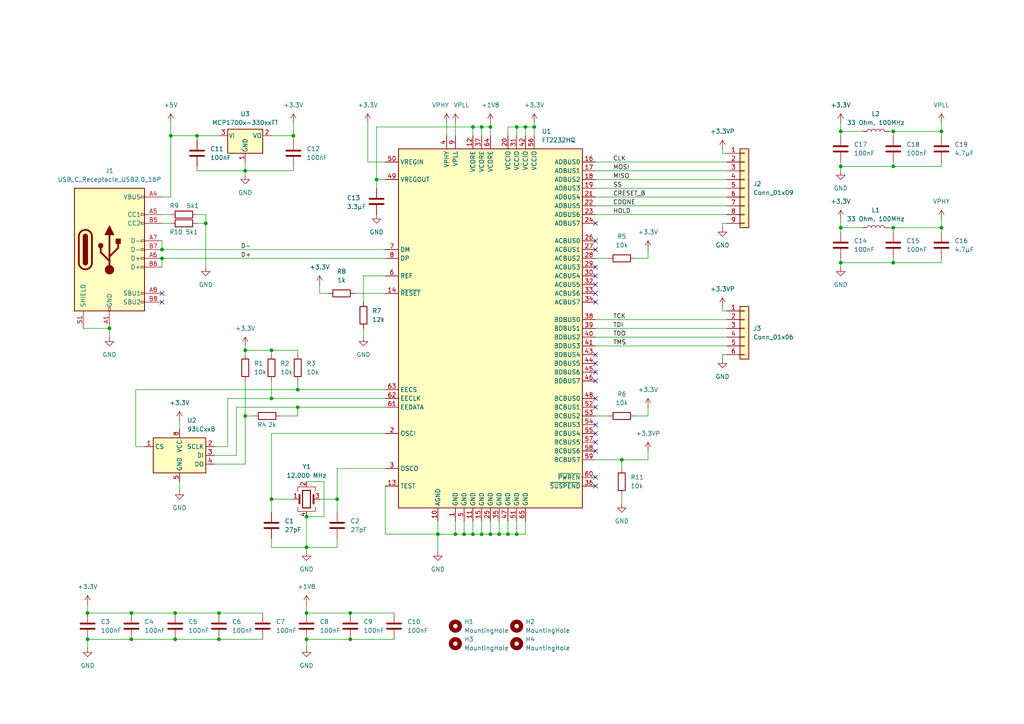
<source format=kicad_sch>
(kicad_sch (version 20231120) (generator "eeschema") (generator_version "8.0")
  (paper "A4")
  (lib_symbols
    (symbol "Connector:USB_C_Receptacle_USB2.0_16P" (pin_names (offset 1.016))
      (property "Reference" "J" (at 0 22.225 0))
      (property "Value" "USB_C_Receptacle_USB2.0_16P" (at 0 19.685 0))
      (symbol "USB_C_Receptacle_USB2.0_16P_1_1"
        (pin passive line (at 0 -22.86 90) (length 5.08) (name "GND") (number "A1"))
        (pin passive line (at 0 -22.86 90) (length 5.08) hide (name "GND") (number "A12"))
        (pin passive line (at 15.24 15.24 180) (length 5.08) (name "VBUS") (number "A4"))
        (pin bidirectional line (at 15.24 10.16 180) (length 5.08) (name "CC1") (number "A5"))
        (pin bidirectional line (at 15.24 -2.54 180) (length 5.08) (name "D+") (number "A6"))
        (pin bidirectional line (at 15.24 2.54 180) (length 5.08) (name "D-") (number "A7"))
        (pin bidirectional line (at 15.24 -12.7 180) (length 5.08) (name "SBU1") (number "A8"))
        (pin passive line (at 15.24 15.24 180) (length 5.08) hide (name "VBUS") (number "A9"))
        (pin passive line (at 0 -22.86 90) (length 5.08) hide (name "GND") (number "B1"))
        (pin passive line (at 0 -22.86 90) (length 5.08) hide (name "GND") (number "B12"))
        (pin passive line (at 15.24 15.24 180) (length 5.08) hide (name "VBUS") (number "B4"))
        (pin bidirectional line (at 15.24 7.62 180) (length 5.08) (name "CC2") (number "B5"))
        (pin bidirectional line (at 15.24 -5.08 180) (length 5.08) (name "D+") (number "B6"))
        (pin bidirectional line (at 15.24 0 180) (length 5.08) (name "D-") (number "B7"))
        (pin bidirectional line (at 15.24 -15.24 180) (length 5.08) (name "SBU2") (number "B8"))
        (pin passive line (at 15.24 15.24 180) (length 5.08) hide (name "VBUS") (number "B9"))
        (pin passive line (at -7.62 -22.86 90) (length 5.08) (name "SHIELD") (number "S1"))
      )
    )
    (symbol "Connector_Generic:Conn_01x06" (pin_names (offset 1.016) hide)
      (property "Reference" "J" (at 0 7.62 0))
      (property "Value" "Conn_01x06" (at 0 -10.16 0))
      (symbol "Conn_01x06_1_1"
        (pin passive line (at -5.08 5.08 0) (length 3.81) (name "Pin_1") (number "1"))
        (pin passive line (at -5.08 2.54 0) (length 3.81) (name "Pin_2") (number "2"))
        (pin passive line (at -5.08 0 0) (length 3.81) (name "Pin_3") (number "3"))
        (pin passive line (at -5.08 -2.54 0) (length 3.81) (name "Pin_4") (number "4"))
        (pin passive line (at -5.08 -5.08 0) (length 3.81) (name "Pin_5") (number "5"))
        (pin passive line (at -5.08 -7.62 0) (length 3.81) (name "Pin_6") (number "6"))
      )
    )
    (symbol "Connector_Generic:Conn_01x09" (pin_names (offset 1.016) hide)
      (property "Reference" "J" (at 0 12.7 0))
      (property "Value" "Conn_01x09" (at 0 -12.7 0))
      (symbol "Conn_01x09_1_1"
        (pin passive line (at -5.08 10.16 0) (length 3.81) (name "Pin_1") (number "1"))
        (pin passive line (at -5.08 7.62 0) (length 3.81) (name "Pin_2") (number "2"))
        (pin passive line (at -5.08 5.08 0) (length 3.81) (name "Pin_3") (number "3"))
        (pin passive line (at -5.08 2.54 0) (length 3.81) (name "Pin_4") (number "4"))
        (pin passive line (at -5.08 0 0) (length 3.81) (name "Pin_5") (number "5"))
        (pin passive line (at -5.08 -2.54 0) (length 3.81) (name "Pin_6") (number "6"))
        (pin passive line (at -5.08 -5.08 0) (length 3.81) (name "Pin_7") (number "7"))
        (pin passive line (at -5.08 -7.62 0) (length 3.81) (name "Pin_8") (number "8"))
        (pin passive line (at -5.08 -10.16 0) (length 3.81) (name "Pin_9") (number "9"))
      )
    )
    (symbol "Device:C" (pin_numbers hide) (pin_names (offset 0.254))
      (property "Reference" "C" (at 0.635 2.54 0))
      (property "Value" "C" (at 0.635 -2.54 0))
      (symbol "C_1_1"
        (pin passive line (at 0 3.81 270) (length 2.794) (name "~") (number "1"))
        (pin passive line (at 0 -3.81 90) (length 2.794) (name "~") (number "2"))
      )
    )
    (symbol "Device:Crystal_GND24" (pin_names (offset 1.016) hide)
      (property "Reference" "Y" (at 3.175 5.08 0))
      (property "Value" "Crystal_GND24" (at 3.175 3.175 0))
      (symbol "Crystal_GND24_1_1"
        (pin passive line (at -3.81 0 0) (length 1.27) (name "1") (number "1"))
        (pin passive line (at 0 5.08 270) (length 1.27) (name "2") (number "2"))
        (pin passive line (at 3.81 0 180) (length 1.27) (name "3") (number "3"))
        (pin passive line (at 0 -5.08 90) (length 1.27) (name "4") (number "4"))
      )
    )
    (symbol "Device:L" (pin_numbers hide) (pin_names (offset 1.016) hide)
      (property "Reference" "L" (at -1.27 0 90))
      (property "Value" "L" (at 1.905 0 90))
      (symbol "L_1_1"
        (pin passive line (at 0 3.81 270) (length 1.27) (name "1") (number "1"))
        (pin passive line (at 0 -3.81 90) (length 1.27) (name "2") (number "2"))
      )
    )
    (symbol "Device:R" (pin_numbers hide) (pin_names (offset 0))
      (property "Reference" "R" (at 2.032 0 90))
      (property "Value" "R" (at 0 0 90))
      (symbol "R_1_1"
        (pin passive line (at 0 3.81 270) (length 1.27) (name "~") (number "1"))
        (pin passive line (at 0 -3.81 90) (length 1.27) (name "~") (number "2"))
      )
    )
    (symbol "Interface_USB:FT2232HQ"
      (property "Reference" "U" (at -26.67 53.34 0))
      (property "Value" "FT2232HQ" (at 19.05 53.34 0))
      (symbol "FT2232HQ_1_1"
        (pin power_in line (at -10.16 -55.88 90) (length 3.81) (name "GND") (number "1"))
        (pin power_in line (at -15.24 -55.88 90) (length 3.81) (name "AGND") (number "10"))
        (pin power_in line (at -5.08 -55.88 90) (length 3.81) (name "GND") (number "11"))
        (pin power_in line (at -5.08 55.88 270) (length 3.81) (name "VCORE") (number "12"))
        (pin input line (at -30.48 -45.72 0) (length 3.81) (name "TEST") (number "13"))
        (pin input line (at -30.48 10.16 0) (length 3.81) (name "~{RESET}") (number "14"))
        (pin power_in line (at -2.54 -55.88 90) (length 3.81) (name "GND") (number "15"))
        (pin bidirectional line (at 30.48 48.26 180) (length 3.81) (name "ADBUS0") (number "16"))
        (pin bidirectional line (at 30.48 45.72 180) (length 3.81) (name "ADBUS1") (number "17"))
        (pin bidirectional line (at 30.48 43.18 180) (length 3.81) (name "ADBUS2") (number "18"))
        (pin bidirectional line (at 30.48 40.64 180) (length 3.81) (name "ADBUS3") (number "19"))
        (pin input line (at -30.48 -30.48 0) (length 3.81) (name "OSCI") (number "2"))
        (pin power_in line (at 5.08 55.88 270) (length 3.81) (name "VCCIO") (number "20"))
        (pin bidirectional line (at 30.48 38.1 180) (length 3.81) (name "ADBUS4") (number "21"))
        (pin bidirectional line (at 30.48 35.56 180) (length 3.81) (name "ADBUS5") (number "22"))
        (pin bidirectional line (at 30.48 33.02 180) (length 3.81) (name "ADBUS6") (number "23"))
        (pin bidirectional line (at 30.48 30.48 180) (length 3.81) (name "ADBUS7") (number "24"))
        (pin power_in line (at 0 -55.88 90) (length 3.81) (name "GND") (number "25"))
        (pin bidirectional line (at 30.48 25.4 180) (length 3.81) (name "ACBUS0") (number "26"))
        (pin bidirectional line (at 30.48 22.86 180) (length 3.81) (name "ACBUS1") (number "27"))
        (pin bidirectional line (at 30.48 20.32 180) (length 3.81) (name "ACBUS2") (number "28"))
        (pin bidirectional line (at 30.48 17.78 180) (length 3.81) (name "ACBUS3") (number "29"))
        (pin output line (at -30.48 -40.64 0) (length 3.81) (name "OSCO") (number "3"))
        (pin bidirectional line (at 30.48 15.24 180) (length 3.81) (name "ACBUS4") (number "30"))
        (pin power_in line (at 7.62 55.88 270) (length 3.81) (name "VCCIO") (number "31"))
        (pin bidirectional line (at 30.48 12.7 180) (length 3.81) (name "ACBUS5") (number "32"))
        (pin bidirectional line (at 30.48 10.16 180) (length 3.81) (name "ACBUS6") (number "33"))
        (pin bidirectional line (at 30.48 7.62 180) (length 3.81) (name "ACBUS7") (number "34"))
        (pin power_in line (at 2.54 -55.88 90) (length 3.81) (name "GND") (number "35"))
        (pin output line (at 30.48 -45.72 180) (length 3.81) (name "~{SUSPEND}") (number "36"))
        (pin power_in line (at -2.54 55.88 270) (length 3.81) (name "VCORE") (number "37"))
        (pin bidirectional line (at 30.48 2.54 180) (length 3.81) (name "BDBUS0") (number "38"))
        (pin bidirectional line (at 30.48 0 180) (length 3.81) (name "BDBUS1") (number "39"))
        (pin power_in line (at -12.7 55.88 270) (length 3.81) (name "VPHY") (number "4"))
        (pin bidirectional line (at 30.48 -2.54 180) (length 3.81) (name "BDBUS2") (number "40"))
        (pin bidirectional line (at 30.48 -5.08 180) (length 3.81) (name "BDBUS3") (number "41"))
        (pin power_in line (at 10.16 55.88 270) (length 3.81) (name "VCCIO") (number "42"))
        (pin bidirectional line (at 30.48 -7.62 180) (length 3.81) (name "BDBUS4") (number "43"))
        (pin bidirectional line (at 30.48 -10.16 180) (length 3.81) (name "BDBUS5") (number "44"))
        (pin bidirectional line (at 30.48 -12.7 180) (length 3.81) (name "BDBUS6") (number "45"))
        (pin bidirectional line (at 30.48 -15.24 180) (length 3.81) (name "BDBUS7") (number "46"))
        (pin power_in line (at 5.08 -55.88 90) (length 3.81) (name "GND") (number "47"))
        (pin bidirectional line (at 30.48 -20.32 180) (length 3.81) (name "BCBUS0") (number "48"))
        (pin power_out line (at -30.48 43.18 0) (length 3.81) (name "VREGOUT") (number "49"))
        (pin power_in line (at -7.62 -55.88 90) (length 3.81) (name "GND") (number "5"))
        (pin power_in line (at -30.48 48.26 0) (length 3.81) (name "VREGIN") (number "50"))
        (pin power_in line (at 7.62 -55.88 90) (length 3.81) (name "GND") (number "51"))
        (pin bidirectional line (at 30.48 -22.86 180) (length 3.81) (name "BCBUS1") (number "52"))
        (pin bidirectional line (at 30.48 -25.4 180) (length 3.81) (name "BCBUS2") (number "53"))
        (pin bidirectional line (at 30.48 -27.94 180) (length 3.81) (name "BCBUS3") (number "54"))
        (pin bidirectional line (at 30.48 -30.48 180) (length 3.81) (name "BCBUS4") (number "55"))
        (pin power_in line (at 12.7 55.88 270) (length 3.81) (name "VCCIO") (number "56"))
        (pin bidirectional line (at 30.48 -33.02 180) (length 3.81) (name "BCBUS5") (number "57"))
        (pin bidirectional line (at 30.48 -35.56 180) (length 3.81) (name "BCBUS6") (number "58"))
        (pin bidirectional line (at 30.48 -38.1 180) (length 3.81) (name "BCBUS7") (number "59"))
        (pin output line (at -30.48 15.24 0) (length 3.81) (name "REF") (number "6"))
        (pin output line (at 30.48 -43.18 180) (length 3.81) (name "~{PWREN}") (number "60"))
        (pin bidirectional line (at -30.48 -22.86 0) (length 3.81) (name "EEDATA") (number "61"))
        (pin output line (at -30.48 -20.32 0) (length 3.81) (name "EECLK") (number "62"))
        (pin output line (at -30.48 -17.78 0) (length 3.81) (name "EECS") (number "63"))
        (pin power_in line (at 0 55.88 270) (length 3.81) (name "VCORE") (number "64"))
        (pin power_in line (at 10.16 -55.88 90) (length 3.81) (name "GND") (number "65"))
        (pin bidirectional line (at -30.48 22.86 0) (length 3.81) (name "DM") (number "7"))
        (pin bidirectional line (at -30.48 20.32 0) (length 3.81) (name "DP") (number "8"))
        (pin input line (at -10.16 55.88 270) (length 3.81) (name "VPLL") (number "9"))
      )
    )
    (symbol "Mechanical:MountingHole" (pin_names (offset 1.016)) (exclude_from_sim yes) (in_bom no)
      (property "Reference" "H" (at 0 5.08 0))
      (property "Value" "MountingHole" (at 0 3.175 0))
    )
    (symbol "Memory_EEPROM:93LCxxB"
      (property "Reference" "U" (at -7.62 6.35 0))
      (property "Value" "93LCxxB" (at 2.54 -6.35 0))
      (symbol "93LCxxB_1_1"
        (pin input line (at -10.16 2.54 0) (length 2.54) (name "CS") (number "1"))
        (pin input line (at 10.16 2.54 180) (length 2.54) (name "SCLK") (number "2"))
        (pin input line (at 10.16 0 180) (length 2.54) (name "DI") (number "3"))
        (pin tri_state line (at 10.16 -2.54 180) (length 2.54) (name "DO") (number "4"))
        (pin power_in line (at 0 -7.62 90) (length 2.54) (name "GND") (number "5"))
        (pin no_connect line (at -7.62 0 0) (length 2.54) hide (name "NC") (number "6"))
        (pin no_connect line (at -7.62 -2.54 0) (length 2.54) hide (name "NC") (number "7"))
        (pin power_in line (at 0 7.62 270) (length 2.54) (name "VCC") (number "8"))
      )
    )
    (symbol "Regulator_Linear:MCP1700x-330xxTT" (pin_names (offset 0.254))
      (property "Reference" "U" (at -3.81 3.175 0))
      (property "Value" "MCP1700x-330xxTT" (at 0 3.175 0))
      (symbol "MCP1700x-330xxTT_1_1"
        (pin power_in line (at 0 -7.62 90) (length 2.54) (name "GND") (number "1"))
        (pin power_out line (at 7.62 0 180) (length 2.54) (name "VO") (number "2"))
        (pin power_in line (at -7.62 0 0) (length 2.54) (name "VI") (number "3"))
      )
    )
    (symbol "power:+1V0" (power) (pin_numbers hide) (pin_names (offset 0) hide)
      (property "Value" "+1V0" (at 0 3.556 0))
      (symbol "+1V0_1_1"
        (pin power_in line (at 0 0 90) (length 0) (name "~") (number "1"))
      )
    )
    (symbol "power:+1V8" (power) (pin_numbers hide) (pin_names (offset 0) hide)
      (property "Value" "+1V8" (at 0 3.556 0))
      (symbol "+1V8_1_1"
        (pin power_in line (at 0 0 90) (length 0) (name "~") (number "1"))
      )
    )
    (symbol "power:+3.3V" (power) (pin_numbers hide) (pin_names (offset 0) hide)
      (property "Value" "+3.3V" (at 0 3.556 0))
      (symbol "+3.3V_1_1"
        (pin power_in line (at 0 0 90) (length 0) (name "~") (number "1"))
      )
    )
    (symbol "power:+3.3VP" (power) (pin_numbers hide) (pin_names (offset 0) hide)
      (property "Value" "+3.3VP" (at 0 3.556 0))
      (symbol "+3.3VP_0_0"
        (pin power_in line (at 0 0 90) (length 0) (name "~") (number "1"))
      )
    )
    (symbol "power:+5V" (power) (pin_numbers hide) (pin_names (offset 0) hide)
      (property "Value" "+5V" (at 0 3.556 0))
      (symbol "+5V_1_1"
        (pin power_in line (at 0 0 90) (length 0) (name "~") (number "1"))
      )
    )
    (symbol "power:GND" (power) (pin_numbers hide) (pin_names (offset 0) hide)
      (property "Value" "GND" (at 0 -3.81 0))
      (symbol "GND_1_1"
        (pin power_in line (at 0 0 270) (length 0) (name "~") (number "1"))
      )
    )
  )
  (junction (at 101.6 177.8))
  (junction (at 25.4 177.8))
  (junction (at 144.78 154.94))
  (junction (at 149.86 154.94))
  (junction (at 243.84 38.1))
  (junction (at 57.15 39.37))
  (junction (at 134.62 154.94))
  (junction (at 149.86 36.83))
  (junction (at 139.7 36.83))
  (junction (at 259.08 76.2))
  (junction (at 49.53 39.37))
  (junction (at 78.74 115.57))
  (junction (at 243.84 76.2))
  (junction (at 88.9 177.8))
  (junction (at 63.5 177.8))
  (junction (at 46.99 74.93))
  (junction (at 109.22 52.07))
  (junction (at 38.1 177.8))
  (junction (at 63.5 185.42))
  (junction (at 25.4 185.42))
  (junction (at 46.99 72.39))
  (junction (at 88.9 158.75))
  (junction (at 139.7 154.94))
  (junction (at 71.12 49.53))
  (junction (at 137.16 154.94))
  (junction (at 88.9 185.42))
  (junction (at 137.16 36.83))
  (junction (at 59.69 64.77))
  (junction (at 152.4 36.83))
  (junction (at 78.74 144.78))
  (junction (at 71.12 101.6))
  (junction (at 259.08 66.04))
  (junction (at 142.24 154.94))
  (junction (at 273.05 66.04))
  (junction (at 243.84 48.26))
  (junction (at 147.32 154.94))
  (junction (at 259.08 48.26))
  (junction (at 142.24 36.83))
  (junction (at 180.34 133.35))
  (junction (at 78.74 101.6))
  (junction (at 71.12 120.65))
  (junction (at 132.08 154.94))
  (junction (at 154.94 36.83))
  (junction (at 259.08 38.1))
  (junction (at 50.8 177.8))
  (junction (at 85.09 39.37))
  (junction (at 127 154.94))
  (junction (at 101.6 185.42))
  (junction (at 273.05 38.1))
  (junction (at 88.9 149.86))
  (junction (at 38.1 185.42))
  (junction (at 86.36 113.03))
  (junction (at 50.8 185.42))
  (junction (at 31.75 95.25))
  (junction (at 86.36 118.11))
  (junction (at 243.84 66.04))
  (junction (at 97.79 144.78))
  (no_connect (at 172.72 118.11))
  (no_connect (at 172.72 123.19))
  (no_connect (at 172.72 125.73))
  (no_connect (at 172.72 85.09))
  (no_connect (at 172.72 64.77))
  (no_connect (at 172.72 140.97))
  (no_connect (at 172.72 77.47))
  (no_connect (at 172.72 130.81))
  (no_connect (at 172.72 82.55))
  (no_connect (at 172.72 128.27))
  (no_connect (at 172.72 87.63))
  (no_connect (at 172.72 102.87))
  (no_connect (at 172.72 72.39))
  (no_connect (at 46.99 85.09))
  (no_connect (at 172.72 80.01))
  (no_connect (at 172.72 110.49))
  (no_connect (at 172.72 105.41))
  (no_connect (at 172.72 138.43))
  (no_connect (at 172.72 69.85))
  (no_connect (at 46.99 87.63))
  (no_connect (at 172.72 107.95))
  (no_connect (at 172.72 115.57))
  (wire (pts (xy 50.8 185.42) (xy 63.5 185.42)))
  (wire (pts (xy 92.71 82.55) (xy 92.71 85.09)))
  (wire (pts (xy 105.41 95.25) (xy 105.41 97.79)))
  (wire (pts (xy 152.4 154.94) (xy 149.86 154.94)))
  (wire (pts (xy 71.12 134.62) (xy 62.23 134.62)))
  (wire (pts (xy 71.12 110.49) (xy 71.12 120.65)))
  (wire (pts (xy 78.74 102.87) (xy 78.74 101.6)))
  (wire (pts (xy 109.22 36.83) (xy 137.16 36.83)))
  (wire (pts (xy 71.12 49.53) (xy 71.12 50.8)))
  (wire (pts (xy 78.74 158.75) (xy 88.9 158.75)))
  (wire (pts (xy 81.28 120.65) (xy 86.36 120.65)))
  (wire (pts (xy 78.74 144.78) (xy 78.74 148.59)))
  (wire (pts (xy 134.62 151.13) (xy 134.62 154.94)))
  (wire (pts (xy 149.86 151.13) (xy 149.86 154.94)))
  (wire (pts (xy 172.72 62.23) (xy 210.82 62.23)))
  (wire (pts (xy 106.68 46.99) (xy 111.76 46.99)))
  (wire (pts (xy 57.15 62.23) (xy 59.69 62.23)))
  (wire (pts (xy 144.78 151.13) (xy 144.78 154.94)))
  (wire (pts (xy 88.9 149.86) (xy 88.9 158.75)))
  (wire (pts (xy 172.72 52.07) (xy 210.82 52.07)))
  (wire (pts (xy 172.72 100.33) (xy 210.82 100.33)))
  (wire (pts (xy 209.55 44.45) (xy 209.55 43.18)))
  (wire (pts (xy 111.76 118.11) (xy 86.36 118.11)))
  (wire (pts (xy 259.08 76.2) (xy 273.05 76.2)))
  (wire (pts (xy 210.82 64.77) (xy 209.55 64.77)))
  (wire (pts (xy 71.12 120.65) (xy 73.66 120.65)))
  (wire (pts (xy 25.4 175.26) (xy 25.4 177.8)))
  (wire (pts (xy 259.08 38.1) (xy 259.08 39.37)))
  (wire (pts (xy 154.94 36.83) (xy 154.94 39.37)))
  (wire (pts (xy 152.4 36.83) (xy 154.94 36.83)))
  (wire (pts (xy 172.72 57.15) (xy 210.82 57.15)))
  (wire (pts (xy 88.9 177.8) (xy 101.6 177.8)))
  (wire (pts (xy 172.72 49.53) (xy 210.82 49.53)))
  (wire (pts (xy 132.08 151.13) (xy 132.08 154.94)))
  (wire (pts (xy 88.9 158.75) (xy 97.79 158.75)))
  (wire (pts (xy 139.7 151.13) (xy 139.7 154.94)))
  (wire (pts (xy 49.53 57.15) (xy 49.53 39.37)))
  (wire (pts (xy 46.99 62.23) (xy 49.53 62.23)))
  (wire (pts (xy 172.72 95.25) (xy 210.82 95.25)))
  (wire (pts (xy 85.09 39.37) (xy 85.09 40.64)))
  (wire (pts (xy 134.62 154.94) (xy 132.08 154.94)))
  (wire (pts (xy 137.16 154.94) (xy 134.62 154.94)))
  (wire (pts (xy 38.1 185.42) (xy 50.8 185.42)))
  (wire (pts (xy 243.84 66.04) (xy 243.84 67.31)))
  (wire (pts (xy 147.32 39.37) (xy 147.32 36.83)))
  (wire (pts (xy 85.09 49.53) (xy 85.09 48.26)))
  (wire (pts (xy 149.86 36.83) (xy 152.4 36.83)))
  (wire (pts (xy 259.08 74.93) (xy 259.08 76.2)))
  (wire (pts (xy 257.81 38.1) (xy 259.08 38.1)))
  (wire (pts (xy 46.99 74.93) (xy 46.99 77.47)))
  (wire (pts (xy 172.72 46.99) (xy 210.82 46.99)))
  (wire (pts (xy 139.7 36.83) (xy 142.24 36.83)))
  (wire (pts (xy 78.74 110.49) (xy 78.74 115.57)))
  (wire (pts (xy 147.32 154.94) (xy 144.78 154.94)))
  (wire (pts (xy 111.76 140.97) (xy 111.76 154.94)))
  (wire (pts (xy 259.08 48.26) (xy 273.05 48.26)))
  (wire (pts (xy 172.72 92.71) (xy 210.82 92.71)))
  (wire (pts (xy 142.24 35.56) (xy 142.24 36.83)))
  (wire (pts (xy 129.54 35.56) (xy 129.54 39.37)))
  (wire (pts (xy 149.86 39.37) (xy 149.86 36.83)))
  (wire (pts (xy 88.9 139.7) (xy 93.98 139.7)))
  (wire (pts (xy 25.4 177.8) (xy 38.1 177.8)))
  (wire (pts (xy 78.74 101.6) (xy 86.36 101.6)))
  (wire (pts (xy 57.15 49.53) (xy 71.12 49.53)))
  (wire (pts (xy 49.53 39.37) (xy 57.15 39.37)))
  (wire (pts (xy 243.84 76.2) (xy 259.08 76.2)))
  (wire (pts (xy 209.55 102.87) (xy 209.55 104.14)))
  (wire (pts (xy 57.15 39.37) (xy 57.15 40.64)))
  (wire (pts (xy 184.15 120.65) (xy 187.96 120.65)))
  (wire (pts (xy 38.1 177.8) (xy 50.8 177.8)))
  (wire (pts (xy 71.12 101.6) (xy 78.74 101.6)))
  (wire (pts (xy 259.08 38.1) (xy 273.05 38.1)))
  (wire (pts (xy 210.82 90.17) (xy 209.55 90.17)))
  (wire (pts (xy 31.75 95.25) (xy 31.75 97.79)))
  (wire (pts (xy 172.72 97.79) (xy 210.82 97.79)))
  (wire (pts (xy 97.79 148.59) (xy 97.79 144.78)))
  (wire (pts (xy 273.05 46.99) (xy 273.05 48.26)))
  (wire (pts (xy 46.99 64.77) (xy 49.53 64.77)))
  (wire (pts (xy 46.99 69.85) (xy 46.99 72.39)))
  (wire (pts (xy 132.08 154.94) (xy 127 154.94)))
  (wire (pts (xy 187.96 130.81) (xy 187.96 133.35)))
  (wire (pts (xy 105.41 80.01) (xy 105.41 87.63)))
  (wire (pts (xy 86.36 113.03) (xy 111.76 113.03)))
  (wire (pts (xy 250.19 38.1) (xy 243.84 38.1)))
  (wire (pts (xy 273.05 66.04) (xy 273.05 67.31)))
  (wire (pts (xy 137.16 36.83) (xy 137.16 39.37)))
  (wire (pts (xy 25.4 185.42) (xy 25.4 187.96)))
  (wire (pts (xy 259.08 46.99) (xy 259.08 48.26)))
  (wire (pts (xy 88.9 175.26) (xy 88.9 177.8)))
  (wire (pts (xy 243.84 38.1) (xy 243.84 35.56)))
  (wire (pts (xy 250.19 66.04) (xy 243.84 66.04)))
  (wire (pts (xy 78.74 39.37) (xy 85.09 39.37)))
  (wire (pts (xy 243.84 66.04) (xy 243.84 63.5)))
  (wire (pts (xy 102.87 85.09) (xy 111.76 85.09)))
  (wire (pts (xy 132.08 35.56) (xy 132.08 39.37)))
  (wire (pts (xy 180.34 133.35) (xy 180.34 135.89)))
  (wire (pts (xy 59.69 64.77) (xy 57.15 64.77)))
  (wire (pts (xy 137.16 151.13) (xy 137.16 154.94)))
  (wire (pts (xy 59.69 77.47) (xy 59.69 64.77)))
  (wire (pts (xy 142.24 36.83) (xy 142.24 39.37)))
  (wire (pts (xy 243.84 38.1) (xy 243.84 39.37)))
  (wire (pts (xy 106.68 35.56) (xy 106.68 46.99)))
  (wire (pts (xy 243.84 48.26) (xy 243.84 49.53)))
  (wire (pts (xy 46.99 74.93) (xy 111.76 74.93)))
  (wire (pts (xy 49.53 39.37) (xy 49.53 35.56)))
  (wire (pts (xy 172.72 54.61) (xy 210.82 54.61)))
  (wire (pts (xy 101.6 177.8) (xy 114.3 177.8)))
  (wire (pts (xy 180.34 143.51) (xy 180.34 146.05)))
  (wire (pts (xy 46.99 72.39) (xy 111.76 72.39)))
  (wire (pts (xy 78.74 144.78) (xy 85.09 144.78)))
  (wire (pts (xy 154.94 35.56) (xy 154.94 36.83)))
  (wire (pts (xy 66.04 129.54) (xy 62.23 129.54)))
  (wire (pts (xy 147.32 36.83) (xy 149.86 36.83)))
  (wire (pts (xy 139.7 36.83) (xy 139.7 39.37)))
  (wire (pts (xy 68.58 132.08) (xy 62.23 132.08)))
  (wire (pts (xy 88.9 185.42) (xy 88.9 187.96)))
  (wire (pts (xy 210.82 44.45) (xy 209.55 44.45)))
  (wire (pts (xy 210.82 102.87) (xy 209.55 102.87)))
  (wire (pts (xy 93.98 139.7) (xy 93.98 149.86)))
  (wire (pts (xy 111.76 52.07) (xy 109.22 52.07)))
  (wire (pts (xy 68.58 118.11) (xy 68.58 132.08)))
  (wire (pts (xy 25.4 185.42) (xy 38.1 185.42)))
  (wire (pts (xy 24.13 95.25) (xy 31.75 95.25)))
  (wire (pts (xy 86.36 120.65) (xy 86.36 118.11)))
  (wire (pts (xy 63.5 177.8) (xy 76.2 177.8)))
  (wire (pts (xy 259.08 66.04) (xy 259.08 67.31)))
  (wire (pts (xy 86.36 110.49) (xy 86.36 113.03)))
  (wire (pts (xy 273.05 38.1) (xy 273.05 39.37)))
  (wire (pts (xy 111.76 154.94) (xy 127 154.94)))
  (wire (pts (xy 172.72 59.69) (xy 210.82 59.69)))
  (wire (pts (xy 111.76 115.57) (xy 78.74 115.57)))
  (wire (pts (xy 273.05 63.5) (xy 273.05 66.04)))
  (wire (pts (xy 78.74 125.73) (xy 78.74 144.78)))
  (wire (pts (xy 97.79 158.75) (xy 97.79 156.21)))
  (wire (pts (xy 71.12 101.6) (xy 71.12 102.87)))
  (wire (pts (xy 187.96 74.93) (xy 187.96 72.39)))
  (wire (pts (xy 57.15 49.53) (xy 57.15 48.26)))
  (wire (pts (xy 139.7 154.94) (xy 137.16 154.94)))
  (wire (pts (xy 111.76 80.01) (xy 105.41 80.01)))
  (wire (pts (xy 172.72 74.93) (xy 176.53 74.93)))
  (wire (pts (xy 93.98 149.86) (xy 88.9 149.86)))
  (wire (pts (xy 257.81 66.04) (xy 259.08 66.04)))
  (wire (pts (xy 243.84 48.26) (xy 259.08 48.26)))
  (wire (pts (xy 149.86 154.94) (xy 147.32 154.94)))
  (wire (pts (xy 142.24 151.13) (xy 142.24 154.94)))
  (wire (pts (xy 71.12 49.53) (xy 85.09 49.53)))
  (wire (pts (xy 88.9 160.02) (xy 88.9 158.75)))
  (wire (pts (xy 109.22 52.07) (xy 109.22 36.83)))
  (wire (pts (xy 127 154.94) (xy 127 160.02)))
  (wire (pts (xy 85.09 35.56) (xy 85.09 39.37)))
  (wire (pts (xy 39.37 113.03) (xy 86.36 113.03)))
  (wire (pts (xy 111.76 125.73) (xy 78.74 125.73)))
  (wire (pts (xy 46.99 57.15) (xy 49.53 57.15)))
  (wire (pts (xy 109.22 52.07) (xy 109.22 54.61)))
  (wire (pts (xy 187.96 120.65) (xy 187.96 118.11)))
  (wire (pts (xy 152.4 39.37) (xy 152.4 36.83)))
  (wire (pts (xy 273.05 35.56) (xy 273.05 38.1)))
  (wire (pts (xy 142.24 154.94) (xy 139.7 154.94)))
  (wire (pts (xy 127 151.13) (xy 127 154.94)))
  (wire (pts (xy 66.04 115.57) (xy 66.04 129.54)))
  (wire (pts (xy 92.71 144.78) (xy 97.79 144.78)))
  (wire (pts (xy 259.08 66.04) (xy 273.05 66.04)))
  (wire (pts (xy 243.84 74.93) (xy 243.84 76.2)))
  (wire (pts (xy 152.4 151.13) (xy 152.4 154.94)))
  (wire (pts (xy 66.04 115.57) (xy 78.74 115.57)))
  (wire (pts (xy 209.55 90.17) (xy 209.55 88.9)))
  (wire (pts (xy 180.34 133.35) (xy 187.96 133.35)))
  (wire (pts (xy 243.84 46.99) (xy 243.84 48.26)))
  (wire (pts (xy 63.5 185.42) (xy 76.2 185.42)))
  (wire (pts (xy 97.79 144.78) (xy 97.79 135.89)))
  (wire (pts (xy 86.36 102.87) (xy 86.36 101.6)))
  (wire (pts (xy 39.37 129.54) (xy 39.37 113.03)))
  (wire (pts (xy 101.6 185.42) (xy 114.3 185.42)))
  (wire (pts (xy 71.12 100.33) (xy 71.12 101.6)))
  (wire (pts (xy 52.07 139.7) (xy 52.07 142.24)))
  (wire (pts (xy 71.12 46.99) (xy 71.12 49.53)))
  (wire (pts (xy 68.58 118.11) (xy 86.36 118.11)))
  (wire (pts (xy 52.07 121.92) (xy 52.07 124.46)))
  (wire (pts (xy 273.05 74.93) (xy 273.05 76.2)))
  (wire (pts (xy 71.12 120.65) (xy 71.12 134.62)))
  (wire (pts (xy 144.78 154.94) (xy 142.24 154.94)))
  (wire (pts (xy 147.32 151.13) (xy 147.32 154.94)))
  (wire (pts (xy 172.72 120.65) (xy 176.53 120.65)))
  (wire (pts (xy 57.15 39.37) (xy 63.5 39.37)))
  (wire (pts (xy 92.71 85.09) (xy 95.25 85.09)))
  (wire (pts (xy 209.55 64.77) (xy 209.55 66.04)))
  (wire (pts (xy 97.79 135.89) (xy 111.76 135.89)))
  (wire (pts (xy 78.74 156.21) (xy 78.74 158.75)))
  (wire (pts (xy 88.9 185.42) (xy 101.6 185.42)))
  (wire (pts (xy 137.16 36.83) (xy 139.7 36.83)))
  (wire (pts (xy 243.84 76.2) (xy 243.84 77.47)))
  (wire (pts (xy 172.72 133.35) (xy 180.34 133.35)))
  (wire (pts (xy 184.15 74.93) (xy 187.96 74.93)))
  (wire (pts (xy 50.8 177.8) (xy 63.5 177.8)))
  (wire (pts (xy 59.69 62.23) (xy 59.69 64.77)))
  (wire (pts (xy 41.91 129.54) (xy 39.37 129.54)))
  (label "CRESET_B" (at 177.8 57.15 0))
  (label "CLK" (at 177.8 46.99 0))
  (label "TMS" (at 177.8 100.33 0))
  (label "SS" (at 177.8 54.61 0))
  (label "TDI" (at 177.8 95.25 0))
  (label "MOSI" (at 177.8 49.53 0))
  (label "D+" (at 69.85 74.93 0))
  (label "MISO" (at 177.8 52.07 0))
  (label "D-" (at 69.85 72.39 0))
  (label "CDONE" (at 177.8 59.69 0))
  (label "TCK" (at 177.8 92.71 0))
  (label "TDO" (at 177.8 97.79 0))
  (label "HOLD" (at 177.8 62.23 0))
  (symbol (lib_id "power:+1V0") (at 273.05 63.5 0) (unit 1)
    (property "Reference" "#PWR025" (effects (hide yes)))
    (property "Value" "VPHY" (at 273.05 58.42 0))
    (property "Description" "Power symbol creates a global label with name \"+1V0\"" (effects (hide yes)))
  )
  (symbol (lib_id "Device:C") (at 259.08 71.12 0) (unit 1)
    (property "Reference" "C15" (at 262.89 69.8499 0) (effects (justify left)))
    (property "Value" "100nF" (at 262.89 72.3899 0) (effects (justify left)))
    (property "Footprint" "Capacitor_SMD:C_0402_1005Metric" (effects (hide yes)))
    (property "Description" "Unpolarized capacitor" (effects (hide yes)))
  )
  (symbol (lib_id "power:+3.3V") (at 154.94 35.56 0) (unit 1)
    (property "Reference" "#PWR09" (effects (hide yes)))
    (property "Value" "+3.3V" (at 154.94 30.48 0))
    (property "Description" "Power symbol creates a global label with name \"+3.3V\"" (effects (hide yes)))
  )
  (symbol (lib_id "Device:C") (at 50.8 181.61 0) (unit 1)
    (property "Reference" "C5" (at 54.61 180.3399 0) (effects (justify left)))
    (property "Value" "100nF" (at 54.61 182.8799 0) (effects (justify left)))
    (property "Footprint" "Capacitor_SMD:C_0402_1005Metric" (effects (hide yes)))
    (property "Description" "Unpolarized capacitor" (effects (hide yes)))
  )
  (symbol (lib_id "Device:R") (at 53.34 62.23 90) (unit 1)
    (property "Reference" "R9" (at 50.546 59.69 90))
    (property "Value" "5k1" (at 55.88 59.69 90))
    (property "Footprint" "Resistor_SMD:R_0402_1005Metric" (effects (hide yes)))
    (property "Description" "Resistor" (effects (hide yes)))
  )
  (symbol (lib_id "power:GND") (at 209.55 66.04 0) (unit 1)
    (property "Reference" "#PWR032" (effects (hide yes)))
    (property "Value" "GND" (at 209.55 71.12 0))
    (property "Description" "Power symbol creates a global label with name \"GND\" , ground" (effects (hide yes)))
  )
  (symbol (lib_id "power:+3.3VP") (at 209.55 43.18 0) (unit 1)
    (property "Reference" "#PWR035" (effects (hide yes)))
    (property "Value" "+3.3VP" (at 209.55 38.1 0))
    (property "Description" "Power symbol creates a global label with name \"+3.3VP\"" (effects (hide yes)))
  )
  (symbol (lib_id "Device:C") (at 101.6 181.61 0) (unit 1)
    (property "Reference" "C9" (at 105.41 180.3399 0) (effects (justify left)))
    (property "Value" "100nF" (at 105.41 182.8799 0) (effects (justify left)))
    (property "Footprint" "Capacitor_SMD:C_0402_1005Metric" (effects (hide yes)))
    (property "Description" "Unpolarized capacitor" (effects (hide yes)))
  )
  (symbol (lib_id "Device:R") (at 99.06 85.09 90) (unit 1)
    (property "Reference" "R8" (at 99.06 78.74 90))
    (property "Value" "1k" (at 99.06 81.28 90))
    (property "Footprint" "Resistor_SMD:R_0402_1005Metric" (effects (hide yes)))
    (property "Description" "Resistor" (effects (hide yes)))
  )
  (symbol (lib_id "Connector_Generic:Conn_01x09") (at 215.9 54.61 0) (unit 1)
    (property "Reference" "J2" (at 218.44 53.3399 0) (effects (justify left)))
    (property "Value" "Conn_01x09" (at 218.44 55.8799 0) (effects (justify left)))
    (property "Footprint" "Connector_PinHeader_2.00mm:PinHeader_1x09_P2.00mm_Vertical" (effects (hide yes)))
    (property "Description" "Generic connector, single row, 01x09, script generated (kicad-library-utils/schlib/autogen/connector/)" (effects (hide yes)))
  )
  (symbol (lib_id "Device:C") (at 38.1 181.61 0) (unit 1)
    (property "Reference" "C4" (at 41.91 180.3399 0) (effects (justify left)))
    (property "Value" "100nF" (at 41.91 182.8799 0) (effects (justify left)))
    (property "Footprint" "Capacitor_SMD:C_0402_1005Metric" (effects (hide yes)))
    (property "Description" "Unpolarized capacitor" (effects (hide yes)))
  )
  (symbol (lib_id "Device:C") (at 273.05 43.18 0) (unit 1)
    (property "Reference" "C19" (at 276.86 41.9099 0) (effects (justify left)))
    (property "Value" "4.7µF" (at 276.86 44.4499 0) (effects (justify left)))
    (property "Footprint" "Capacitor_SMD:C_0402_1005Metric" (effects (hide yes)))
    (property "Description" "Unpolarized capacitor" (effects (hide yes)))
  )
  (symbol (lib_id "power:+1V0") (at 129.54 35.56 0) (unit 1)
    (property "Reference" "#PWR026" (effects (hide yes)))
    (property "Value" "VPHY" (at 127.762 30.48 0))
    (property "Description" "Power symbol creates a global label with name \"+1V0\"" (effects (hide yes)))
  )
  (symbol (lib_id "Device:R") (at 180.34 139.7 180) (unit 1)
    (property "Reference" "R11" (at 182.88 138.4299 0) (effects (justify right)))
    (property "Value" "10k" (at 182.88 140.9699 0) (effects (justify right)))
    (property "Footprint" "Resistor_SMD:R_0402_1005Metric" (effects (hide yes)))
    (property "Description" "Resistor" (effects (hide yes)))
  )
  (symbol (lib_id "Device:R") (at 105.41 91.44 180) (unit 1)
    (property "Reference" "R7" (at 107.95 90.1699 0) (effects (justify right)))
    (property "Value" "12k" (at 107.95 92.7099 0) (effects (justify right)))
    (property "Footprint" "Resistor_SMD:R_0402_1005Metric" (effects (hide yes)))
    (property "Description" "Resistor" (effects (hide yes)))
  )
  (symbol (lib_id "Connector:USB_C_Receptacle_USB2.0_16P") (at 31.75 72.39 0) (unit 1)
    (property "Reference" "J1" (at 31.75 49.53 0))
    (property "Value" "USB_C_Receptacle_USB2.0_16P" (at 31.75 52.07 0))
    (property "Footprint" "Connector_USB:USB_C_Receptacle_GCT_USB4110" (effects (hide yes)))
    (property "Datasheet" "https://www.usb.org/sites/default/files/documents/usb_type-c.zip" (effects (hide yes)))
    (property "Description" "USB 2.0-only 16P Type-C Receptacle connector" (effects (hide yes)))
    (property "LCSC Part" " C5187472" (effects (hide yes)))
  )
  (symbol (lib_id "power:+3.3V") (at 92.71 82.55 0) (unit 1)
    (property "Reference" "#PWR012" (effects (hide yes)))
    (property "Value" "+3.3V" (at 92.71 77.47 0))
    (property "Description" "Power symbol creates a global label with name \"+3.3V\"" (effects (hide yes)))
  )
  (symbol (lib_id "power:+1V0") (at 273.05 35.56 0) (unit 1)
    (property "Reference" "#PWR029" (effects (hide yes)))
    (property "Value" "VPLL" (at 273.05 30.48 0))
    (property "Description" "Power symbol creates a global label with name \"+1V0\"" (effects (hide yes)))
  )
  (symbol (lib_id "power:+3.3VP") (at 209.55 88.9 0) (unit 1)
    (property "Reference" "#PWR034" (effects (hide yes)))
    (property "Value" "+3.3VP" (at 209.55 83.82 0))
    (property "Description" "Power symbol creates a global label with name \"+3.3VP\"" (effects (hide yes)))
  )
  (symbol (lib_id "Device:C") (at 76.2 181.61 0) (unit 1)
    (property "Reference" "C7" (at 80.01 180.3399 0) (effects (justify left)))
    (property "Value" "100nF" (at 80.01 182.8799 0) (effects (justify left)))
    (property "Footprint" "Capacitor_SMD:C_0402_1005Metric" (effects (hide yes)))
    (property "Description" "Unpolarized capacitor" (effects (hide yes)))
  )
  (symbol (lib_id "power:+3.3V") (at 71.12 100.33 0) (unit 1)
    (property "Reference" "#PWR02" (effects (hide yes)))
    (property "Value" "+3.3V" (at 71.12 95.25 0))
    (property "Description" "Power symbol creates a global label with name \"+3.3V\"" (effects (hide yes)))
  )
  (symbol (lib_id "Device:Crystal_GND24") (at 88.9 144.78 0) (unit 1)
    (property "Reference" "Y1" (at 88.9 135.382 0))
    (property "Value" "12.000 MHz" (at 88.9 137.922 0))
    (property "Footprint" "Crystal:Crystal_SMD_3225-4Pin_3.2x2.5mm" (effects (hide yes)))
    (property "Description" "Four pin crystal, GND on pins 2 and 4" (effects (hide yes)))
    (property "LCSC Part" "C9002" (effects (hide yes)))
  )
  (symbol (lib_id "power:GND") (at 88.9 187.96 0) (unit 1)
    (property "Reference" "#PWR015" (effects (hide yes)))
    (property "Value" "GND" (at 88.9 193.04 0))
    (property "Description" "Power symbol creates a global label with name \"GND\" , ground" (effects (hide yes)))
  )
  (symbol (lib_id "power:GND") (at 180.34 146.05 0) (unit 1)
    (property "Reference" "#PWR036" (effects (hide yes)))
    (property "Value" "GND" (at 180.34 151.13 0))
    (property "Description" "Power symbol creates a global label with name \"GND\" , ground" (effects (hide yes)))
  )
  (symbol (lib_id "Mechanical:MountingHole") (at 149.86 181.61 0) (unit 1) (exclude_from_sim yes) (in_bom no)
    (property "Reference" "H2" (at 152.4 180.3399 0) (effects (justify left)))
    (property "Value" "MountingHole" (at 152.4 182.8799 0) (effects (justify left)))
    (property "Footprint" "MountingHole:MountingHole_2.2mm_M2_ISO14580" (effects (hide yes)))
    (property "Description" "Mounting Hole without connection" (effects (hide yes)))
  )
  (symbol (lib_id "power:GND") (at 105.41 97.79 0) (unit 1)
    (property "Reference" "#PWR05" (effects (hide yes)))
    (property "Value" "GND" (at 105.41 102.87 0))
    (property "Description" "Power symbol creates a global label with name \"GND\" , ground" (effects (hide yes)))
  )
  (symbol (lib_id "power:+3.3V") (at 243.84 63.5 0) (unit 1)
    (property "Reference" "#PWR023" (effects (hide yes)))
    (property "Value" "+3.3V" (at 243.84 58.42 0))
    (property "Description" "Power symbol creates a global label with name \"+3.3V\"" (effects (hide yes)))
  )
  (symbol (lib_id "power:GND") (at 127 160.02 0) (unit 1)
    (property "Reference" "#PWR06" (effects (hide yes)))
    (property "Value" "GND" (at 127 165.1 0))
    (property "Description" "Power symbol creates a global label with name \"GND\" , ground" (effects (hide yes)))
  )
  (symbol (lib_id "power:GND") (at 25.4 187.96 0) (unit 1)
    (property "Reference" "#PWR010" (effects (hide yes)))
    (property "Value" "GND" (at 25.4 193.04 0))
    (property "Description" "Power symbol creates a global label with name \"GND\" , ground" (effects (hide yes)))
  )
  (symbol (lib_id "Interface_USB:FT2232HQ") (at 142.24 95.25 0) (unit 1)
    (property "Reference" "U1" (at 157.1341 38.1 0) (effects (justify left)))
    (property "Value" "FT2232HQ" (at 157.1341 40.64 0) (effects (justify left)))
    (property "Footprint" "Package_DFN_QFN:QFN-64-1EP_9x9mm_P0.5mm_EP4.35x4.35mm" (effects (hide yes)))
    (property "Datasheet" "https://www.ftdichip.com/Support/Documents/DataSheets/ICs/DS_FT2232H.pdf" (effects (hide yes)))
    (property "Description" "Hi Speed Double Channel USB UART/FIFO, QFN-64" (effects (hide yes)))
    (property "LCSC Part" "C193662" (effects (hide yes)))
  )
  (symbol (lib_id "power:+3.3V") (at 187.96 118.11 0) (unit 1)
    (property "Reference" "#PWR04" (effects (hide yes)))
    (property "Value" "+3.3V" (at 187.96 113.03 0))
    (property "Description" "Power symbol creates a global label with name \"+3.3V\"" (effects (hide yes)))
  )
  (symbol (lib_id "power:GND") (at 31.75 97.79 0) (unit 1)
    (property "Reference" "#PWR017" (effects (hide yes)))
    (property "Value" "GND" (at 31.75 102.87 0))
    (property "Description" "Power symbol creates a global label with name \"GND\" , ground" (effects (hide yes)))
  )
  (symbol (lib_id "power:+3.3V") (at 187.96 72.39 0) (unit 1)
    (property "Reference" "#PWR03" (effects (hide yes)))
    (property "Value" "+3.3V" (at 187.96 67.31 0))
    (property "Description" "Power symbol creates a global label with name \"+3.3V\"" (effects (hide yes)))
  )
  (symbol (lib_id "Regulator_Linear:MCP1700x-330xxTT") (at 71.12 39.37 0) (unit 1)
    (property "Reference" "U3" (at 71.12 33.02 0))
    (property "Value" "MCP1700x-330xxTT" (at 71.12 35.56 0))
    (property "Footprint" "Package_TO_SOT_SMD:SOT-23" (effects (hide yes)))
    (property "Datasheet" "http://ww1.microchip.com/downloads/en/DeviceDoc/20001826D.pdf" (effects (hide yes)))
    (property "Description" "250mA Low Quiscent Current LDO, 3.3V output, SOT-23" (effects (hide yes)))
  )
  (symbol (lib_id "Device:C") (at 57.15 44.45 0) (unit 1)
    (property "Reference" "C11" (at 60.96 43.1799 0) (effects (justify left)))
    (property "Value" "100nF" (at 60.96 45.7199 0) (effects (justify left)))
    (property "Footprint" "Capacitor_SMD:C_0402_1005Metric" (effects (hide yes)))
    (property "Description" "Unpolarized capacitor" (effects (hide yes)))
  )
  (symbol (lib_id "Device:C") (at 259.08 43.18 0) (unit 1)
    (property "Reference" "C18" (at 262.89 41.9099 0) (effects (justify left)))
    (property "Value" "100nF" (at 262.89 44.4499 0) (effects (justify left)))
    (property "Footprint" "Capacitor_SMD:C_0402_1005Metric" (effects (hide yes)))
    (property "Description" "Unpolarized capacitor" (effects (hide yes)))
  )
  (symbol (lib_id "Device:C") (at 85.09 44.45 0) (unit 1)
    (property "Reference" "C12" (at 88.9 43.1799 0) (effects (justify left)))
    (property "Value" "100nF" (at 88.9 45.7199 0) (effects (justify left)))
    (property "Footprint" "Capacitor_SMD:C_0402_1005Metric" (effects (hide yes)))
    (property "Description" "Unpolarized capacitor" (effects (hide yes)))
  )
  (symbol (lib_id "Device:L") (at 254 38.1 90) (unit 1)
    (property "Reference" "L2" (at 254 33.02 90))
    (property "Value" "33 Ohm, 100MHz" (at 254 35.56 90))
    (property "Footprint" "Inductor_SMD:L_0402_1005Metric" (effects (hide yes)))
    (property "Description" "Inductor" (effects (hide yes)))
    (property "LCSC Part" "C160974" (effects (hide yes)))
  )
  (symbol (lib_id "power:GND") (at 88.9 160.02 0) (unit 1)
    (property "Reference" "#PWR01" (effects (hide yes)))
    (property "Value" "GND" (at 88.9 165.1 0))
    (property "Description" "Power symbol creates a global label with name \"GND\" , ground" (effects (hide yes)))
  )
  (symbol (lib_id "Device:C") (at 243.84 71.12 0) (unit 1)
    (property "Reference" "C14" (at 247.65 69.8499 0) (effects (justify left)))
    (property "Value" "100nF" (at 247.65 72.3899 0) (effects (justify left)))
    (property "Footprint" "Capacitor_SMD:C_0402_1005Metric" (effects (hide yes)))
    (property "Description" "Unpolarized capacitor" (effects (hide yes)))
  )
  (symbol (lib_id "power:+3.3V") (at 52.07 121.92 0) (unit 1)
    (property "Reference" "#PWR08" (effects (hide yes)))
    (property "Value" "+3.3V" (at 52.07 116.84 0))
    (property "Description" "Power symbol creates a global label with name \"+3.3V\"" (effects (hide yes)))
  )
  (symbol (lib_id "power:GND") (at 52.07 142.24 0) (unit 1)
    (property "Reference" "#PWR07" (effects (hide yes)))
    (property "Value" "GND" (at 52.07 147.32 0))
    (property "Description" "Power symbol creates a global label with name \"GND\" , ground" (effects (hide yes)))
  )
  (symbol (lib_id "Device:C") (at 97.79 152.4 0) (unit 1)
    (property "Reference" "C2" (at 101.6 151.1299 0) (effects (justify left)))
    (property "Value" "27pF" (at 101.6 153.6699 0) (effects (justify left)))
    (property "Footprint" "Capacitor_SMD:C_0402_1005Metric" (effects (hide yes)))
    (property "Description" "Unpolarized capacitor" (effects (hide yes)))
    (property "LCSC Part" "C1557" (effects (hide yes)))
  )
  (symbol (lib_id "Device:R") (at 78.74 106.68 0) (unit 1)
    (property "Reference" "R2" (at 81.28 105.4099 0) (effects (justify left)))
    (property "Value" "10k" (at 81.28 107.9499 0) (effects (justify left)))
    (property "Footprint" "Resistor_SMD:R_0402_1005Metric" (effects (hide yes)))
    (property "Description" "Resistor" (effects (hide yes)))
  )
  (symbol (lib_id "Device:R") (at 71.12 106.68 0) (unit 1)
    (property "Reference" "R1" (at 73.66 105.4099 0) (effects (justify left)))
    (property "Value" "10k" (at 73.66 107.9499 0) (effects (justify left)))
    (property "Footprint" "Resistor_SMD:R_0402_1005Metric" (effects (hide yes)))
    (property "Description" "Resistor" (effects (hide yes)))
  )
  (symbol (lib_id "Device:R") (at 53.34 64.77 90) (unit 1)
    (property "Reference" "R10" (at 51.054 67.31 90))
    (property "Value" "5k1" (at 55.626 67.31 90))
    (property "Footprint" "Resistor_SMD:R_0402_1005Metric" (effects (hide yes)))
    (property "Description" "Resistor" (effects (hide yes)))
  )
  (symbol (lib_id "power:+3.3VP") (at 187.96 130.81 0) (unit 1)
    (property "Reference" "#PWR033" (effects (hide yes)))
    (property "Value" "+3.3VP" (at 187.96 125.73 0))
    (property "Description" "Power symbol creates a global label with name \"+3.3VP\"" (effects (hide yes)))
  )
  (symbol (lib_id "Device:C") (at 109.22 58.42 0) (unit 1)
    (property "Reference" "C13" (at 100.584 57.404 0) (effects (justify left)))
    (property "Value" "3.3µF" (at 100.584 59.944 0) (effects (justify left)))
    (property "Footprint" "Capacitor_SMD:C_0402_1005Metric" (effects (hide yes)))
    (property "Description" "Unpolarized capacitor" (effects (hide yes)))
  )
  (symbol (lib_id "power:GND") (at 243.84 49.53 0) (unit 1)
    (property "Reference" "#PWR028" (effects (hide yes)))
    (property "Value" "GND" (at 243.84 54.61 0))
    (property "Description" "Power symbol creates a global label with name \"GND\" , ground" (effects (hide yes)))
  )
  (symbol (lib_id "power:GND") (at 71.12 50.8 0) (unit 1)
    (property "Reference" "#PWR020" (effects (hide yes)))
    (property "Value" "GND" (at 71.12 55.88 0))
    (property "Description" "Power symbol creates a global label with name \"GND\" , ground" (effects (hide yes)))
  )
  (symbol (lib_id "power:+1V8") (at 142.24 35.56 0) (unit 1)
    (property "Reference" "#PWR014" (effects (hide yes)))
    (property "Value" "+1V8" (at 142.24 30.48 0))
    (property "Description" "Power symbol creates a global label with name \"+1V8\"" (effects (hide yes)))
  )
  (symbol (lib_id "Device:R") (at 77.47 120.65 270) (unit 1)
    (property "Reference" "R4" (at 75.946 123.19 90))
    (property "Value" "2k" (at 78.994 123.19 90))
    (property "Footprint" "Resistor_SMD:R_0402_1005Metric" (effects (hide yes)))
    (property "Description" "Resistor" (effects (hide yes)))
  )
  (symbol (lib_id "Device:C") (at 78.74 152.4 0) (unit 1)
    (property "Reference" "C1" (at 82.55 151.1299 0) (effects (justify left)))
    (property "Value" "27pF" (at 82.55 153.6699 0) (effects (justify left)))
    (property "Footprint" "Capacitor_SMD:C_0402_1005Metric" (effects (hide yes)))
    (property "Description" "Unpolarized capacitor" (effects (hide yes)))
    (property "LCSC Part" "C1557" (effects (hide yes)))
  )
  (symbol (lib_id "Device:C") (at 114.3 181.61 0) (unit 1)
    (property "Reference" "C10" (at 118.11 180.3399 0) (effects (justify left)))
    (property "Value" "100nF" (at 118.11 182.8799 0) (effects (justify left)))
    (property "Footprint" "Capacitor_SMD:C_0402_1005Metric" (effects (hide yes)))
    (property "Description" "Unpolarized capacitor" (effects (hide yes)))
  )
  (symbol (lib_id "Device:R") (at 180.34 120.65 90) (unit 1)
    (property "Reference" "R6" (at 180.34 114.3 90))
    (property "Value" "10k" (at 180.34 116.84 90))
    (property "Footprint" "Resistor_SMD:R_0402_1005Metric" (effects (hide yes)))
    (property "Description" "Resistor" (effects (hide yes)))
  )
  (symbol (lib_id "power:+5V") (at 49.53 35.56 0) (unit 1)
    (property "Reference" "#PWR019" (effects (hide yes)))
    (property "Value" "+5V" (at 49.53 30.48 0))
    (property "Description" "Power symbol creates a global label with name \"+5V\"" (effects (hide yes)))
  )
  (symbol (lib_id "power:+1V8") (at 88.9 175.26 0) (unit 1)
    (property "Reference" "#PWR016" (effects (hide yes)))
    (property "Value" "+1V8" (at 88.9 170.18 0))
    (property "Description" "Power symbol creates a global label with name \"+1V8\"" (effects (hide yes)))
  )
  (symbol (lib_id "Device:C") (at 273.05 71.12 0) (unit 1)
    (property "Reference" "C16" (at 276.86 69.8499 0) (effects (justify left)))
    (property "Value" "4.7µF" (at 276.86 72.3899 0) (effects (justify left)))
    (property "Footprint" "Capacitor_SMD:C_0402_1005Metric" (effects (hide yes)))
    (property "Description" "Unpolarized capacitor" (effects (hide yes)))
  )
  (symbol (lib_id "power:GND") (at 109.22 62.23 0) (unit 1)
    (property "Reference" "#PWR022" (effects (hide yes)))
    (property "Value" "GND" (at 109.22 67.31 0))
    (property "Description" "Power symbol creates a global label with name \"GND\" , ground" (effects (hide yes)))
  )
  (symbol (lib_id "power:+3.3V") (at 106.68 35.56 0) (unit 1)
    (property "Reference" "#PWR013" (effects (hide yes)))
    (property "Value" "+3.3V" (at 106.68 30.48 0))
    (property "Description" "Power symbol creates a global label with name \"+3.3V\"" (effects (hide yes)))
  )
  (symbol (lib_id "Connector_Generic:Conn_01x06") (at 215.9 95.25 0) (unit 1)
    (property "Reference" "J3" (at 218.44 95.2499 0) (effects (justify left)))
    (property "Value" "Conn_01x06" (at 218.44 97.7899 0) (effects (justify left)))
    (property "Footprint" "Connector_PinHeader_2.00mm:PinHeader_1x06_P2.00mm_Vertical" (effects (hide yes)))
    (property "Description" "Generic connector, single row, 01x06, script generated (kicad-library-utils/schlib/autogen/connector/)" (effects (hide yes)))
  )
  (symbol (lib_id "Mechanical:MountingHole") (at 149.86 186.69 0) (unit 1) (exclude_from_sim yes) (in_bom no)
    (property "Reference" "H4" (at 152.4 185.4199 0) (effects (justify left)))
    (property "Value" "MountingHole" (at 152.4 187.9599 0) (effects (justify left)))
    (property "Footprint" "MountingHole:MountingHole_2.2mm_M2_ISO14580" (effects (hide yes)))
    (property "Description" "Mounting Hole without connection" (effects (hide yes)))
  )
  (symbol (lib_id "Mechanical:MountingHole") (at 132.08 186.69 0) (unit 1) (exclude_from_sim yes) (in_bom no)
    (property "Reference" "H3" (at 134.62 185.4199 0) (effects (justify left)))
    (property "Value" "MountingHole" (at 134.62 187.9599 0) (effects (justify left)))
    (property "Footprint" "MountingHole:MountingHole_2.2mm_M2_ISO14580" (effects (hide yes)))
    (property "Description" "Mounting Hole without connection" (effects (hide yes)))
  )
  (symbol (lib_id "Device:L") (at 254 66.04 90) (unit 1)
    (property "Reference" "L1" (at 254 60.96 90))
    (property "Value" "33 Ohm, 100MHz" (at 254 63.5 90))
    (property "Footprint" "Inductor_SMD:L_0402_1005Metric" (effects (hide yes)))
    (property "Description" "Inductor" (effects (hide yes)))
    (property "LCSC Part" "C160974" (effects (hide yes)))
  )
  (symbol (lib_id "power:+3.3V") (at 85.09 35.56 0) (unit 1)
    (property "Reference" "#PWR021" (effects (hide yes)))
    (property "Value" "+3.3V" (at 85.09 30.48 0))
    (property "Description" "Power symbol creates a global label with name \"+3.3V\"" (effects (hide yes)))
  )
  (symbol (lib_id "power:GND") (at 243.84 77.47 0) (unit 1)
    (property "Reference" "#PWR024" (effects (hide yes)))
    (property "Value" "GND" (at 243.84 82.55 0))
    (property "Description" "Power symbol creates a global label with name \"GND\" , ground" (effects (hide yes)))
  )
  (symbol (lib_id "Device:C") (at 243.84 43.18 0) (unit 1)
    (property "Reference" "C17" (at 247.65 41.9099 0) (effects (justify left)))
    (property "Value" "100nF" (at 247.65 44.4499 0) (effects (justify left)))
    (property "Footprint" "Capacitor_SMD:C_0402_1005Metric" (effects (hide yes)))
    (property "Description" "Unpolarized capacitor" (effects (hide yes)))
  )
  (symbol (lib_id "Device:C") (at 88.9 181.61 0) (unit 1)
    (property "Reference" "C8" (at 92.71 180.3399 0) (effects (justify left)))
    (property "Value" "100nF" (at 92.71 182.8799 0) (effects (justify left)))
    (property "Footprint" "Capacitor_SMD:C_0402_1005Metric" (effects (hide yes)))
    (property "Description" "Unpolarized capacitor" (effects (hide yes)))
  )
  (symbol (lib_id "power:GND") (at 209.55 104.14 0) (unit 1)
    (property "Reference" "#PWR031" (effects (hide yes)))
    (property "Value" "GND" (at 209.55 109.22 0))
    (property "Description" "Power symbol creates a global label with name \"GND\" , ground" (effects (hide yes)))
  )
  (symbol (lib_id "power:+3.3V") (at 25.4 175.26 0) (unit 1)
    (property "Reference" "#PWR011" (effects (hide yes)))
    (property "Value" "+3.3V" (at 25.4 170.18 0))
    (property "Description" "Power symbol creates a global label with name \"+3.3V\"" (effects (hide yes)))
  )
  (symbol (lib_id "Device:R") (at 86.36 106.68 0) (unit 1)
    (property "Reference" "R3" (at 88.9 105.4099 0) (effects (justify left)))
    (property "Value" "10k" (at 88.9 107.9499 0) (effects (justify left)))
    (property "Footprint" "Resistor_SMD:R_0402_1005Metric" (effects (hide yes)))
    (property "Description" "Resistor" (effects (hide yes)))
  )
  (symbol (lib_id "Mechanical:MountingHole") (at 132.08 181.61 0) (unit 1) (exclude_from_sim yes) (in_bom no)
    (property "Reference" "H1" (at 134.62 180.3399 0) (effects (justify left)))
    (property "Value" "MountingHole" (at 134.62 182.8799 0) (effects (justify left)))
    (property "Footprint" "MountingHole:MountingHole_2.2mm_M2_ISO14580" (effects (hide yes)))
    (property "Description" "Mounting Hole without connection" (effects (hide yes)))
  )
  (symbol (lib_id "power:+1V0") (at 132.08 35.56 0) (unit 1)
    (property "Reference" "#PWR030" (effects (hide yes)))
    (property "Value" "VPLL" (at 133.858 30.48 0))
    (property "Description" "Power symbol creates a global label with name \"+1V0\"" (effects (hide yes)))
  )
  (symbol (lib_id "Device:C") (at 25.4 181.61 0) (unit 1)
    (property "Reference" "C3" (at 29.21 180.3399 0) (effects (justify left)))
    (property "Value" "100nF" (at 29.21 182.8799 0) (effects (justify left)))
    (property "Footprint" "Capacitor_SMD:C_0402_1005Metric" (effects (hide yes)))
    (property "Description" "Unpolarized capacitor" (effects (hide yes)))
  )
  (symbol (lib_id "Device:C") (at 63.5 181.61 0) (unit 1)
    (property "Reference" "C6" (at 67.31 180.3399 0) (effects (justify left)))
    (property "Value" "100nF" (at 67.31 182.8799 0) (effects (justify left)))
    (property "Footprint" "Capacitor_SMD:C_0402_1005Metric" (effects (hide yes)))
    (property "Description" "Unpolarized capacitor" (effects (hide yes)))
  )
  (symbol (lib_id "Memory_EEPROM:93LCxxB") (at 52.07 132.08 0) (unit 1)
    (property "Reference" "U2" (at 54.2641 121.92 0) (effects (justify left)))
    (property "Value" "93LCxxB" (at 54.2641 124.46 0) (effects (justify left)))
    (property "Footprint" "Package_SO:TSSOP-8_4.4x3mm_P0.65mm" (effects (hide yes)))
    (property "Datasheet" "http://ww1.microchip.com/downloads/en/DeviceDoc/20001749K.pdf" (effects (hide yes)))
    (property "Description" "Serial EEPROM, 93 Series, 2.5V, DIP-8/SOIC-8" (effects (hide yes)))
    (property "LCSC Part" "C616741" (effects (hide yes)))
  )
  (symbol (lib_id "power:GND") (at 59.69 77.47 0) (unit 1)
    (property "Reference" "#PWR018" (effects (hide yes)))
    (property "Value" "GND" (at 59.69 82.55 0))
    (property "Description" "Power symbol creates a global label with name \"GND\" , ground" (effects (hide yes)))
  )
  (symbol (lib_id "power:+3.3V") (at 243.84 35.56 0) (unit 1)
    (property "Reference" "#PWR027" (effects (hide yes)))
    (property "Value" "+3.3V" (at 243.84 30.48 0))
    (property "Description" "Power symbol creates a global label with name \"+3.3V\"" (effects (hide yes)))
  )
  (symbol (lib_id "Device:R") (at 180.34 74.93 90) (unit 1)
    (property "Reference" "R5" (at 180.34 68.58 90))
    (property "Value" "10k" (at 180.34 71.12 90))
    (property "Footprint" "Resistor_SMD:R_0402_1005Metric" (effects (hide yes)))
    (property "Description" "Resistor" (effects (hide yes)))
  )
)
</source>
